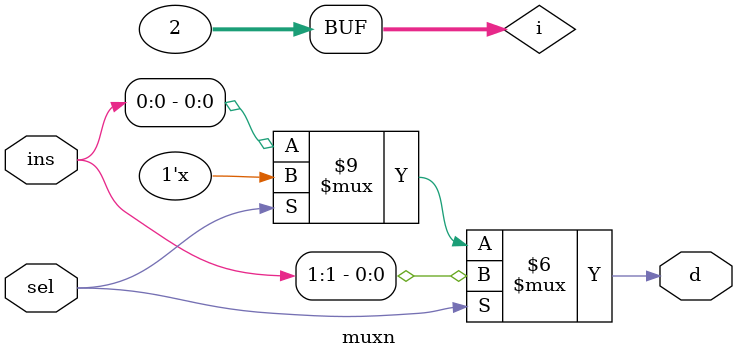
<source format=v>
module muxn(ins,sel,d);
	parameter dwidth = 1; //Data Bitwidth
	parameter swidth = 1; //Select Bitwidth
	localparam seln = 2**swidth;
	
	input [seln*dwidth-1:0] ins;
	input [swidth-1:0] sel;
	output reg [dwidth-1:0] d;
	
	integer i;
	
	always@(ins, sel) begin
		for(i=0;i<seln;i=i+1) begin
			if(i==sel)
				d = ins[i*dwidth-:dwidth];
		end
	end
endmodule
</source>
